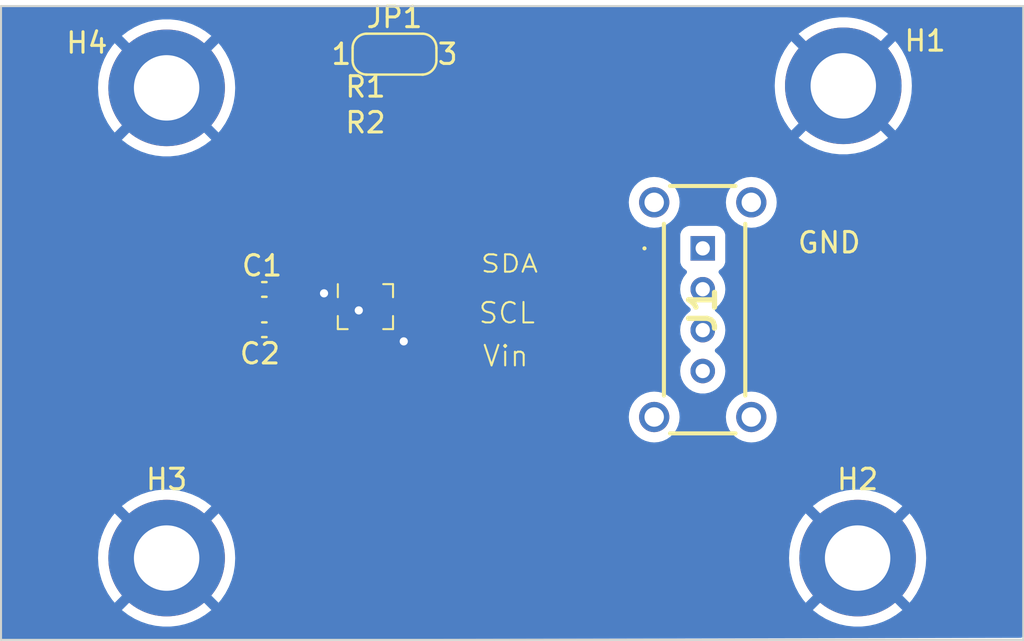
<source format=kicad_pcb>
(kicad_pcb (version 20221018) (generator pcbnew)
  (layers (0 "F.Cu" signal) (31 "B.Cu" power) (34 "B.Paste" user) (35 "F.Paste" user) (36 "B.SilkS" user "B.Silkscreen") (37 "F.SilkS" user "F.Silkscreen") (38 "B.Mask" user) (39 "F.Mask" user) (44 "Edge.Cuts" user))
  (net 0 "")
  (net 1 "+3.3V")
  (net 2 "GND")
  (net 3 "/SDA")
  (net 4 "/SCL")
  (net 5 "Net-(JP1-A)")
  (footprint "Capacitor_SMD:C_0402_1005Metric" (layer "F.Cu") (at 99.98 75.76 180)
    (fp_text reference "C1" (at 0.115 1.16) (layer "F.SilkS"))
    (fp_text value "100nF" hide)
    (fp_line (start -0.107836 -0.36) (end 0.107836 -0.36) (stroke (width 0.12)) (layer "F.SilkS"))
    (fp_line (start -0.107836 0.36) (end 0.107836 0.36) (stroke (width 0.12)) (layer "F.SilkS"))
    (pad "1" smd roundrect (at -0.48 0 180) (size 0.56 0.62) (layers "F.Cu" "F.Paste" "F.Mask") (net 1 "+3.3V"))
    (pad "2" smd roundrect (at 0.48 0 180) (size 0.56 0.62) (layers "F.Cu" "F.Paste" "F.Mask") (net 2 "GND"))
  )
  (footprint "Resistor_SMD:R_0201_0603Metric_Pad0.64x0.40mm_HandSolder" (layer "F.Cu") (at 104.9275 68.65)
    (fp_text reference "R2" (at 0 -1.05) (layer "F.SilkS"))
    (fp_text value "1.5k")
    (pad "1" smd roundrect (at -0.4075 0) (size 0.635 0.4) (layers "F.Cu" "F.Mask") (net 1 "+3.3V"))
    (pad "2" smd roundrect (at 0.4075 0) (size 0.635 0.4) (layers "F.Cu" "F.Mask") (net 4 "/SCL"))
  )
  (footprint "MountingHole:MountingHole_3.2mm_M3_ISO7380_Pad_TopBottom" (layer "F.Cu") (at 95.2 88.9)
    (fp_text reference "H3" (at 0 -3.85) (layer "F.SilkS"))
    (fp_text value "MountingHole_Pad" hide)
    (pad "1" thru_hole circle (at 0 0) (size 3.6 3.6) (drill 3.2) (layers "*.Cu" "*.Mask") (net 2 "GND"))
    (pad "1" connect circle (at 0 0) (size 5.7 5.7) (layers "F.Cu" "F.Mask") (net 2 "GND"))
    (pad "1" connect circle (at 0 0) (size 5.7 5.7) (layers "B.Cu" "B.Mask") (net 2 "GND"))
  )
  (footprint "MountingHole:MountingHole_3.2mm_M3_ISO7380_Pad_TopBottom" (layer "F.Cu") (at 129 88.9)
    (fp_text reference "H2" (at 0 -3.85) (layer "F.SilkS"))
    (fp_text value "MountingHole_Pad" hide)
    (pad "1" thru_hole circle (at 0 0) (size 3.6 3.6) (drill 3.2) (layers "*.Cu" "*.Mask") (net 2 "GND"))
    (pad "1" connect circle (at 0 0) (size 5.7 5.7) (layers "F.Cu" "F.Mask") (net 2 "GND"))
    (pad "1" connect circle (at 0 0) (size 5.7 5.7) (layers "B.Cu" "B.Mask") (net 2 "GND"))
  )
  (footprint "MountingHole:MountingHole_3.2mm_M3_ISO7380_Pad_TopBottom" (layer "F.Cu") (at 128.3 65.8)
    (fp_text reference "H1" (at 4 -2.2) (layer "F.SilkS"))
    (fp_text value "MountingHole_Pad" hide)
    (pad "1" thru_hole circle (at 0 0) (size 3.6 3.6) (drill 3.2) (layers "*.Cu" "*.Mask") (net 2 "GND"))
    (pad "1" connect circle (at 0 0) (size 5.7 5.7) (layers "F.Cu" "F.Mask") (net 2 "GND"))
    (pad "1" connect circle (at 0 0) (size 5.7 5.7) (layers "B.Cu" "B.Mask") (net 2 "GND"))
  )
  (footprint "KiCad:M808770405" (layer "F.Cu") (at 121.425 73.75 90)
    (fp_text reference "J1" (at -3 0 90) (layer "F.SilkS") (effects (font (size 1.27 1.27) (thickness 0.254))))
    (fp_text value "M80-8770405" hide)
    (fp_line (start -9.05 1.6) (end -9.05 -1.6) (stroke (width 0.2)) (layer "F.SilkS"))
    (fp_line (start 0 -2.9) (end 0 -2.9) (stroke (width 0.1)) (layer "F.SilkS"))
    (fp_line (start 0 -2.8) (end 0 -2.8) (stroke (width 0.1)) (layer "F.SilkS"))
    (fp_line (start 1.2 -1.9) (end -7.2 -1.9) (stroke (width 0.2)) (layer "F.SilkS"))
    (fp_line (start 1.2 2.08) (end -7.2 2.08) (stroke (width 0.2)) (layer "F.SilkS"))
    (fp_line (start 3.05 -1.6) (end 3.05 1.6) (stroke (width 0.2)) (layer "F.SilkS"))
    (fp_arc (start 0 -2.9) (mid 0.05 -2.85) (end 0 -2.8) (stroke (width 0.1)) (layer "F.SilkS"))
    (fp_arc (start 0 -2.8) (mid -0.05 -2.85) (end 0 -2.9) (stroke (width 0.1)) (layer "F.SilkS"))
    (pad "1" thru_hole rect (at 0 0 90) (size 1.2 1.2) (drill 0.7) (layers "*.Cu" "*.Mask") (net 2 "GND"))
    (pad "2" thru_hole circle (at -2 0 90) (size 1.2 1.2) (drill 0.7) (layers "*.Cu" "*.Mask") (net 3 "/SDA"))
    (pad "3" thru_hole circle (at -4 0 90) (size 1.2 1.2) (drill 0.7) (layers "*.Cu" "*.Mask") (net 4 "/SCL"))
    (pad "4" thru_hole circle (at -6 0 90) (size 1.2 1.2) (drill 0.7) (layers "*.Cu" "*.Mask") (net 1 "+3.3V"))
    (pad "MH1" thru_hole circle (at 2.25 -2.375 90) (size 1.478 1.478) (drill 0.95) (layers "*.Cu" "*.Mask"))
    (pad "MH2" thru_hole circle (at 2.25 2.375 90) (size 1.478 1.478) (drill 0.95) (layers "*.Cu" "*.Mask"))
    (pad "MH3" thru_hole circle (at -8.25 2.375 90) (size 1.478 1.478) (drill 0.95) (layers "*.Cu" "*.Mask"))
    (pad "MH4" thru_hole circle (at -8.25 -2.375 90) (size 1.478 1.478) (drill 0.95) (layers "*.Cu" "*.Mask"))
  )
  (footprint "Package_LGA:Bosch_LGA-8_2x2.5mm_P0.65mm_ClockwisePinNumbering" (layer "F.Cu") (at 104.925 76.6)
    (fp_text reference "U1" hide)
    (fp_text value "BMP280")
    (fp_line (start -1.35 -0.46) (end -1.35 -1.1) (stroke (width 0.1)) (layer "F.SilkS"))
    (fp_line (start -1.35 1.1) (end -1.35 0.46) (stroke (width 0.1)) (layer "F.SilkS"))
    (fp_line (start -1.35 1.1) (end -0.87 1.1) (stroke (width 0.1)) (layer "F.SilkS"))
    (fp_line (start 0.87 -1.1) (end 1.35 -1.1) (stroke (width 0.1)) (layer "F.SilkS"))
    (fp_line (start 0.87 1.1) (end 1.35 1.1) (stroke (width 0.1)) (layer "F.SilkS"))
    (fp_line (start 1.35 -0.46) (end 1.35 -1.1) (stroke (width 0.1)) (layer "F.SilkS"))
    (fp_line (start 1.35 1.1) (end 1.35 0.46) (stroke (width 0.1)) (layer "F.SilkS"))
    (pad "1" smd rect (at -0.975 -0.8 90) (size 0.5 0.35) (layers "F.Cu" "F.Paste" "F.Mask") (net 2 "GND"))
    (pad "2" smd rect (at -0.325 -0.8 90) (size 0.5 0.35) (layers "F.Cu" "F.Paste" "F.Mask") (net 1 "+3.3V"))
    (pad "3" smd rect (at 0.325 -0.8 90) (size 0.5 0.35) (layers "F.Cu" "F.Paste" "F.Mask") (net 3 "/SDA"))
    (pad "4" smd rect (at 0.975 -0.8 90) (size 0.5 0.35) (layers "F.Cu" "F.Paste" "F.Mask") (net 4 "/SCL"))
    (pad "5" smd rect (at 0.975 0.8 90) (size 0.5 0.35) (layers "F.Cu" "F.Paste" "F.Mask") (net 5 "Net-(JP1-A)"))
    (pad "6" smd rect (at 0.325 0.8 90) (size 0.5 0.35) (layers "F.Cu" "F.Paste" "F.Mask") (net 1 "+3.3V"))
    (pad "7" smd rect (at -0.325 0.8 90) (size 0.5 0.35) (layers "F.Cu" "F.Paste" "F.Mask") (net 2 "GND"))
    (pad "8" smd rect (at -0.975 0.8 90) (size 0.5 0.35) (layers "F.Cu" "F.Paste" "F.Mask") (net 1 "+3.3V"))
  )
  (footprint "Jumper:SolderJumper-3_P1.3mm_Open_RoundedPad1.0x1.5mm_NumberLabels" (layer "F.Cu") (at 106.3475 64.25)
    (fp_text reference "JP1" (at 0 -1.8) (layer "F.SilkS"))
    (fp_text value "SolderJumper_3_Open")
    (fp_text user "1" (at -2.6 0) (layer "F.SilkS"))
    (fp_text user "3" (at 2.6 0) (layer "F.SilkS"))
    (fp_line (start -2.05 0.3) (end -2.05 -0.3) (stroke (width 0.12)) (layer "F.SilkS"))
    (fp_line (start -1.4 -1) (end 1.4 -1) (stroke (width 0.12)) (layer "F.SilkS"))
    (fp_line (start 1.4 1) (end -1.4 1) (stroke (width 0.12)) (layer "F.SilkS"))
    (fp_line (start 2.05 -0.3) (end 2.05 0.3) (stroke (width 0.12)) (layer "F.SilkS"))
    (fp_arc (start -2.05 -0.3) (mid -1.844975 -0.794975) (end -1.35 -1) (stroke (width 0.12)) (layer "F.SilkS"))
    (fp_arc (start -1.35 1) (mid -1.844975 0.794975) (end -2.05 0.3) (stroke (width 0.12)) (layer "F.SilkS"))
    (fp_arc (start 1.35 -1) (mid 1.844975 -0.794975) (end 2.05 -0.3) (stroke (width 0.12)) (layer "F.SilkS"))
    (fp_arc (start 2.05 0.3) (mid 1.844975 0.794975) (end 1.35 1) (stroke (width 0.12)) (layer "F.SilkS"))
    (pad "1" smd custom (at -1.3 0) (size 1 0.5) (layers "F.Cu" "F.Mask") (net 5 "Net-(JP1-A)") (options (clearance outline) (anchor rect)) (primitives (gr_circle (center 0 0.25) (end 0.5 0.25) (width 0) (fill yes)) (gr_circle (center 0 -0.25) (end 0.5 -0.25) (width 0) (fill yes)) (gr_poly (pts (xy 0.55 0.75) (xy 0 0.75) (xy 0 -0.75) (xy 0.55 -0.75)) (width 0) (fill yes))))
    (pad "2" smd rect (at 0 0) (size 1 1.5) (layers "F.Cu" "F.Mask") (net 1 "+3.3V"))
    (pad "3" smd custom (at 1.3 0) (size 1 0.5) (layers "F.Cu" "F.Mask") (net 2 "GND") (options (clearance outline) (anchor rect)) (primitives (gr_circle (center 0 0.25) (end 0.5 0.25) (width 0) (fill yes)) (gr_circle (center 0 -0.25) (end 0.5 -0.25) (width 0) (fill yes)) (gr_poly (pts (xy 0 0.75) (xy -0.55 0.75) (xy -0.55 -0.75) (xy 0 -0.75)) (width 0) (fill yes))))
  )
  (footprint "Capacitor_SMD:C_0402_1005Metric" (layer "F.Cu") (at 99.98 77.73 180)
    (fp_text reference "C2" (at 0.215 -1.17) (layer "F.SilkS"))
    (fp_text value "100nF" hide)
    (fp_line (start -0.107836 -0.36) (end 0.107836 -0.36) (stroke (width 0.12)) (layer "F.SilkS"))
    (fp_line (start -0.107836 0.36) (end 0.107836 0.36) (stroke (width 0.12)) (layer "F.SilkS"))
    (pad "1" smd roundrect (at -0.48 0 180) (size 0.56 0.62) (layers "F.Cu" "F.Paste" "F.Mask") (net 1 "+3.3V"))
    (pad "2" smd roundrect (at 0.48 0 180) (size 0.56 0.62) (layers "F.Cu" "F.Paste" "F.Mask") (net 2 "GND"))
  )
  (footprint "MountingHole:MountingHole_3.2mm_M3_ISO7380_Pad_TopBottom" (layer "F.Cu") (at 95.2 65.9)
    (fp_text reference "H4" (at -3.9 -2.2) (layer "F.SilkS"))
    (fp_text value "MountingHole_Pad" hide)
    (pad "1" thru_hole circle (at 0 0) (size 3.6 3.6) (drill 3.2) (layers "*.Cu" "*.Mask") (net 2 "GND"))
    (pad "1" connect circle (at 0 0) (size 5.7 5.7) (layers "F.Cu" "F.Mask") (net 2 "GND"))
    (pad "1" connect circle (at 0 0) (size 5.7 5.7) (layers "B.Cu" "B.Mask") (net 2 "GND"))
  )
  (footprint "Resistor_SMD:R_0201_0603Metric_Pad0.64x0.40mm_HandSolder" (layer "F.Cu") (at 104.9275 66.9)
    (fp_text reference "R1" (at 0 -1.05) (layer "F.SilkS"))
    (fp_text value "1.5k")
    (pad "1" smd roundrect (at -0.4075 0) (size 0.635 0.4) (layers "F.Cu" "F.Mask") (net 1 "+3.3V"))
    (pad "2" smd roundrect (at 0.4075 0) (size 0.635 0.4) (layers "F.Cu" "F.Mask") (net 3 "/SDA"))
  )
  (gr_line (start 137.1 92.9) (end 137.1 61.9) (stroke (width 0.1)) (layer "Edge.Cuts"))
  (gr_line (start 87.1 61.9) (end 87.1 92.9) (stroke (width 0.1)) (layer "Edge.Cuts"))
  (gr_line (start 137.1 61.9) (end 87.1 61.9) (stroke (width 0.1)) (layer "Edge.Cuts"))
  (gr_line (start 87.1 92.9) (end 137.1 92.9) (stroke (width 0.1)) (layer "Edge.Cuts"))
  (gr_text "GND" (at 127.61 73.47) (layer "F.SilkS") (effects (font (size 1 1))))
  (gr_text "SCL" (at 110.4 77.5) (layer "F.SilkS") (effects (font (size 1 1) (thickness 0.1)) (justify left bottom)))
  (gr_text "SDA" (at 110.5 75) (layer "F.SilkS") (effects (font (size 0.85 1) (thickness 0.1)) (justify left bottom)))
  (gr_text "Vin" (at 110.6 79.6) (layer "F.SilkS") (effects (font (size 1 1) (thickness 0.1)) (justify left bottom)))
  (segment (start 100.53 77.73) (end 103.9 81.1) (width 0.25) (layer "F.Cu") (net 1))
  (segment (start 105.25 77.4) (end 105.25 77.9) (width 0.25) (layer "F.Cu") (net 1))
  (segment (start 107.1 79.75) (end 108 79.75) (width 0.25) (layer "F.Cu") (net 1))
  (segment (start 102.7 75.225) (end 100.995 75.225) (width 0.25) (layer "F.Cu") (net 1))
  (segment (start 100.46 77.73) (end 100.53 77.73) (width 0.25) (layer "F.Cu") (net 1))
  (segment (start 105.725 78.375) (end 102.7875 78.375) (width 0.25) (layer "F.Cu") (net 1))
  (segment (start 104.6 75.8) (end 104.6 75.3) (width 0.25) (layer "F.Cu") (net 1))
  (segment (start 103.9 81.1) (end 107.7 81.1) (width 0.25) (layer "F.Cu") (net 1))
  (segment (start 104.525 75.225) (end 102.7 75.225) (width 0.25) (layer "F.Cu") (net 1))
  (segment (start 100.46 75.76) (end 100.46 77.73) (width 0.25) (layer "F.Cu") (net 1))
  (segment (start 105.725 78.375) (end 107.1 79.75) (width 0.25) (layer "F.Cu") (net 1))
  (segment (start 100.995 75.225) (end 100.46 75.76) (width 0.25) (layer "F.Cu") (net 1))
  (segment (start 102.7875 78.375) (end 101.9 77.4875) (width 0.25) (layer "F.Cu") (net 1))
  (segment (start 104.6 75.3) (end 104.525 75.225) (width 0.25) (layer "F.Cu") (net 1))
  (segment (start 107.7 81.1) (end 108 80.8) (width 0.25) (layer "F.Cu") (net 1))
  (segment (start 105.25 77.9) (end 105.725 78.375) (width 0.25) (layer "F.Cu") (net 1))
  (segment (start 108 80.8) (end 108 79.75) (width 0.25) (layer "F.Cu") (net 1))
  (segment (start 103.95 77.4) (end 101.9875 77.4) (width 0.25) (layer "F.Cu") (net 1))
  (segment (start 101.9 77.4875) (end 101.9 75.3125) (width 0.25) (layer "F.Cu") (net 1))
  (segment (start 104.6 77.4) (end 104.6 76.784568) (width 0.25) (layer "F.Cu") (net 2))
  (segment (start 103.91 75.76) (end 103.95 75.8) (width 0.3) (layer "F.Cu") (net 2))
  (segment (start 102.5 72.5) (end 102.5 73.75) (width 0.25) (layer "F.Cu") (net 2))
  (segment (start 99.5 75.76) (end 99.5 75.752391) (width 0.25) (layer "F.Cu") (net 2))
  (segment (start 97.9 76.13) (end 97.9 72.2) (width 0.25) (layer "F.Cu") (net 2))
  (segment (start 101.502391 73.75) (end 102.5 73.75) (width 0.25) (layer "F.Cu") (net 2))
  (segment (start 103.95 75.8) (end 103.0495 75.8) (width 0.3) (layer "F.Cu") (net 2))
  (segment (start 99.5 75.752391) (end 101.502391 73.75) (width 0.25) (layer "F.Cu") (net 2))
  (segment (start 97.9 72.2) (end 102.2 72.2) (width 0.25) (layer "F.Cu") (net 2))
  (segment (start 99.5 77.73) (end 99.5 77.5) (width 0.25) (layer "F.Cu") (net 2))
  (segment (start 103.0495 75.8) (end 102.9 75.9495) (width 0.3) (layer "F.Cu") (net 2))
  (segment (start 102.2 72.2) (end 102.5 72.5) (width 0.25) (layer "F.Cu") (net 2))
  (segment (start 104.6 76.784568) (end 104.600141 76.784427) (width 0.25) (layer "F.Cu") (net 2))
  (segment (start 99.5 75.76) (end 99.44 75.76) (width 0.25) (layer "F.Cu") (net 2))
  (segment (start 99.5 77.73) (end 97.9 76.13) (width 0.25) (layer "F.Cu") (net 2))
  (via (at 102.9 75.9495) (size 0.8) (drill 0.4) (layers "F.Cu" "B.Cu") (net 2))
  (via (at 104.600141 76.784427) (size 0.8) (drill 0.4) (layers "F.Cu" "B.Cu") (net 2))
  (segment (start 104.600141 73.800141) (end 104.6 73.8) (width 0.25) (layer "B.Cu") (net 2))
  (segment (start 102.9 75.9495) (end 102.9 73.8) (width 0.3) (layer "B.Cu") (net 2))
  (segment (start 104.600141 76.784427) (end 104.600141 73.800141) (width 0.25) (layer "B.Cu") (net 2))
  (segment (start 105.25 75.3) (end 105.325 75.225) (width 0.25) (layer "F.Cu") (net 3))
  (segment (start 105.25 75.8) (end 105.25 75.3) (width 0.25) (layer "F.Cu") (net 3))
  (segment (start 105.9 75.8) (end 107.8 77.7) (width 0.25) (layer "F.Cu") (net 4))
  (segment (start 105.9 77.4) (end 106.8 78.3) (width 0.25) (layer "F.Cu") (net 5))
  (via (at 106.8 78.3) (size 0.8) (drill 0.4) (layers "F.Cu" "B.Cu") (net 5))
  (segment (start 109.9 78.3) (end 109.9 73.8) (width 0.25) (layer "B.Cu") (net 5))
  (segment (start 106.8 78.3) (end 109.9 78.3) (width 0.25) (layer "B.Cu") (net 5))
  (zone (net 2) (net_name "GND") (layer "B.Cu") (connect_pads (clearance 0.5)) (min_thickness 0.25) (fill yes (thermal_gap 0.5) (thermal_bridge_width 0.5))
    (polygon (pts (xy 87.1 61.9) (xy 87.1 92.9) (xy 137.1 92.8) (xy 137.1 61.9)))
  )
)
</source>
